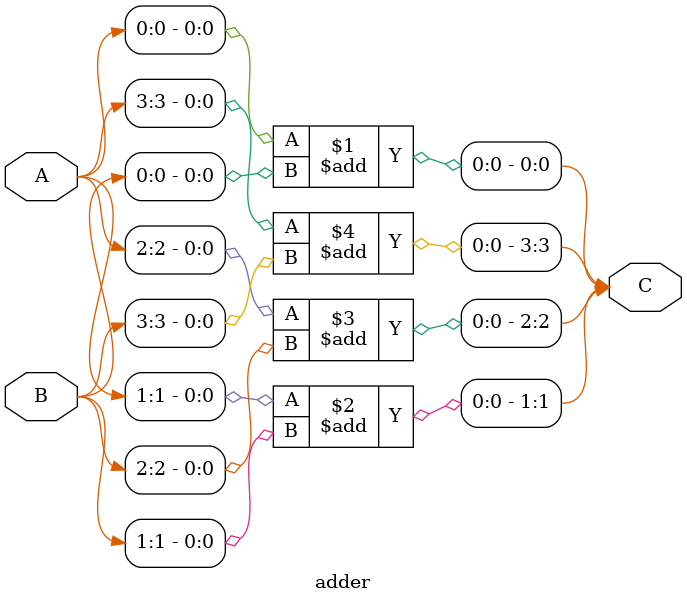
<source format=v>
module adder (
    input [3:0] A, B,
    output [3:0] C
);
    assign C = {A[3]+B[3], A[2]+B[2], A[1]+B[1], A[0]+B[0]};
endmodule
</source>
